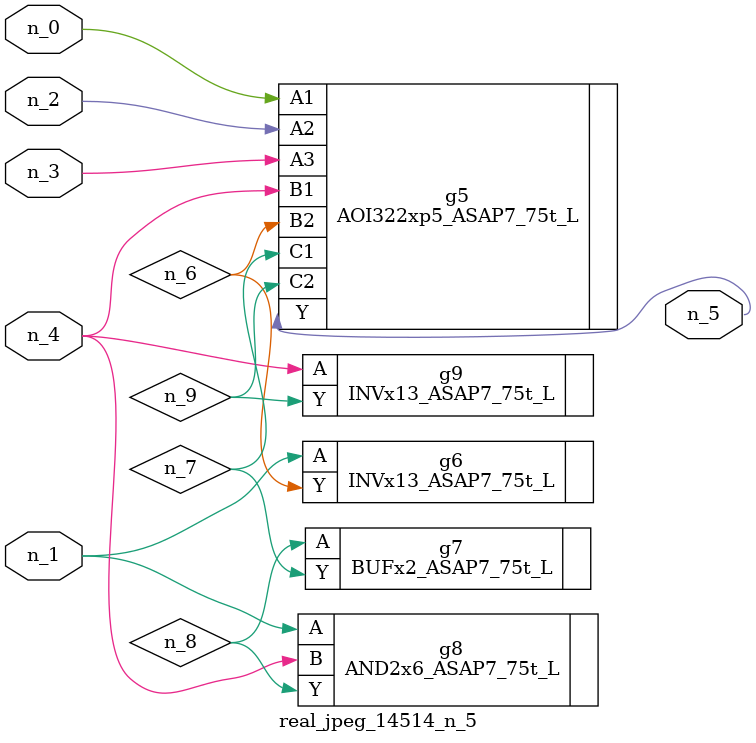
<source format=v>
module real_jpeg_14514_n_5 (n_4, n_0, n_1, n_2, n_3, n_5);

input n_4;
input n_0;
input n_1;
input n_2;
input n_3;

output n_5;

wire n_8;
wire n_6;
wire n_7;
wire n_9;

AOI322xp5_ASAP7_75t_L g5 ( 
.A1(n_0),
.A2(n_2),
.A3(n_3),
.B1(n_4),
.B2(n_6),
.C1(n_7),
.C2(n_9),
.Y(n_5)
);

INVx13_ASAP7_75t_L g6 ( 
.A(n_1),
.Y(n_6)
);

AND2x6_ASAP7_75t_L g8 ( 
.A(n_1),
.B(n_4),
.Y(n_8)
);

INVx13_ASAP7_75t_L g9 ( 
.A(n_4),
.Y(n_9)
);

BUFx2_ASAP7_75t_L g7 ( 
.A(n_8),
.Y(n_7)
);


endmodule
</source>
